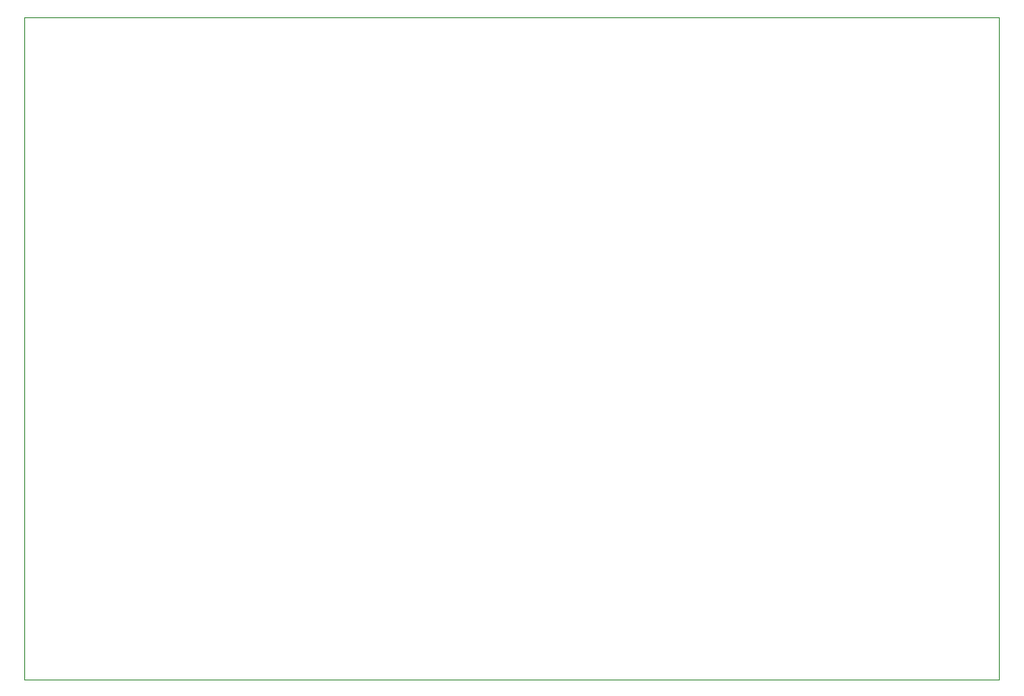
<source format=gbr>
%TF.GenerationSoftware,KiCad,Pcbnew,9.0.2*%
%TF.CreationDate,2025-08-22T13:53:24+02:00*%
%TF.ProjectId,PSU to buck,50535520-746f-4206-9275-636b2e6b6963,rev?*%
%TF.SameCoordinates,Original*%
%TF.FileFunction,Profile,NP*%
%FSLAX46Y46*%
G04 Gerber Fmt 4.6, Leading zero omitted, Abs format (unit mm)*
G04 Created by KiCad (PCBNEW 9.0.2) date 2025-08-22 13:53:24*
%MOMM*%
%LPD*%
G01*
G04 APERTURE LIST*
%TA.AperFunction,Profile*%
%ADD10C,0.050000*%
%TD*%
G04 APERTURE END LIST*
D10*
X31750000Y-43180000D02*
X127000000Y-43180000D01*
X127000000Y-107950000D01*
X31750000Y-107950000D01*
X31750000Y-43180000D01*
M02*

</source>
